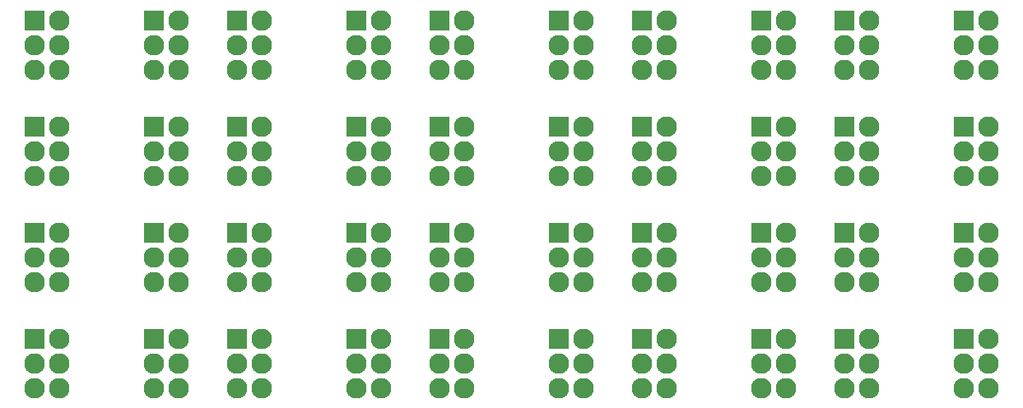
<source format=gts>
G04 #@! TF.FileFunction,Soldermask,Top*
%FSLAX46Y46*%
G04 Gerber Fmt 4.6, Leading zero omitted, Abs format (unit mm)*
G04 Created by KiCad (PCBNEW 4.0.5+dfsg1-4) date Wed Oct 11 12:16:19 2017*
%MOMM*%
%LPD*%
G01*
G04 APERTURE LIST*
%ADD10C,0.100000*%
%ADD11R,2.127200X2.127200*%
%ADD12O,2.127200X2.127200*%
G04 APERTURE END LIST*
D10*
D11*
X237401100Y-88747600D03*
D12*
X239941100Y-88747600D03*
X237401100Y-91287600D03*
X239941100Y-91287600D03*
X237401100Y-93827600D03*
X239941100Y-93827600D03*
D11*
X237401100Y-77825600D03*
D12*
X239941100Y-77825600D03*
X237401100Y-80365600D03*
X239941100Y-80365600D03*
X237401100Y-82905600D03*
X239941100Y-82905600D03*
D11*
X249682000Y-88747600D03*
D12*
X252222000Y-88747600D03*
X249682000Y-91287600D03*
X252222000Y-91287600D03*
X249682000Y-93827600D03*
X252222000Y-93827600D03*
D11*
X237401100Y-99669600D03*
D12*
X239941100Y-99669600D03*
X237401100Y-102209600D03*
X239941100Y-102209600D03*
X237401100Y-104749600D03*
X239941100Y-104749600D03*
D11*
X249682000Y-110591600D03*
D12*
X252222000Y-110591600D03*
X249682000Y-113131600D03*
X252222000Y-113131600D03*
X249682000Y-115671600D03*
X252222000Y-115671600D03*
D11*
X249682000Y-77825600D03*
D12*
X252222000Y-77825600D03*
X249682000Y-80365600D03*
X252222000Y-80365600D03*
X249682000Y-82905600D03*
X252222000Y-82905600D03*
D11*
X249682000Y-99669600D03*
D12*
X252222000Y-99669600D03*
X249682000Y-102209600D03*
X252222000Y-102209600D03*
X249682000Y-104749600D03*
X252222000Y-104749600D03*
D11*
X237401100Y-110591600D03*
D12*
X239941100Y-110591600D03*
X237401100Y-113131600D03*
X239941100Y-113131600D03*
X237401100Y-115671600D03*
X239941100Y-115671600D03*
D11*
X228854000Y-77825600D03*
D12*
X231394000Y-77825600D03*
X228854000Y-80365600D03*
X231394000Y-80365600D03*
X228854000Y-82905600D03*
X231394000Y-82905600D03*
D11*
X195745100Y-77825600D03*
D12*
X198285100Y-77825600D03*
X195745100Y-80365600D03*
X198285100Y-80365600D03*
X195745100Y-82905600D03*
X198285100Y-82905600D03*
D11*
X208026000Y-77825600D03*
D12*
X210566000Y-77825600D03*
X208026000Y-80365600D03*
X210566000Y-80365600D03*
X208026000Y-82905600D03*
X210566000Y-82905600D03*
D11*
X195745100Y-88747600D03*
D12*
X198285100Y-88747600D03*
X195745100Y-91287600D03*
X198285100Y-91287600D03*
X195745100Y-93827600D03*
X198285100Y-93827600D03*
D11*
X216573100Y-77825600D03*
D12*
X219113100Y-77825600D03*
X216573100Y-80365600D03*
X219113100Y-80365600D03*
X216573100Y-82905600D03*
X219113100Y-82905600D03*
D11*
X208026000Y-88747600D03*
D12*
X210566000Y-88747600D03*
X208026000Y-91287600D03*
X210566000Y-91287600D03*
X208026000Y-93827600D03*
X210566000Y-93827600D03*
D11*
X228854000Y-88747600D03*
D12*
X231394000Y-88747600D03*
X228854000Y-91287600D03*
X231394000Y-91287600D03*
X228854000Y-93827600D03*
X231394000Y-93827600D03*
D11*
X216573100Y-88747600D03*
D12*
X219113100Y-88747600D03*
X216573100Y-91287600D03*
X219113100Y-91287600D03*
X216573100Y-93827600D03*
X219113100Y-93827600D03*
D11*
X228854000Y-99669600D03*
D12*
X231394000Y-99669600D03*
X228854000Y-102209600D03*
X231394000Y-102209600D03*
X228854000Y-104749600D03*
X231394000Y-104749600D03*
D11*
X195745100Y-110591600D03*
D12*
X198285100Y-110591600D03*
X195745100Y-113131600D03*
X198285100Y-113131600D03*
X195745100Y-115671600D03*
X198285100Y-115671600D03*
D11*
X208026000Y-110591600D03*
D12*
X210566000Y-110591600D03*
X208026000Y-113131600D03*
X210566000Y-113131600D03*
X208026000Y-115671600D03*
X210566000Y-115671600D03*
D11*
X195745100Y-99669600D03*
D12*
X198285100Y-99669600D03*
X195745100Y-102209600D03*
X198285100Y-102209600D03*
X195745100Y-104749600D03*
X198285100Y-104749600D03*
D11*
X228854000Y-110591600D03*
D12*
X231394000Y-110591600D03*
X228854000Y-113131600D03*
X231394000Y-113131600D03*
X228854000Y-115671600D03*
X231394000Y-115671600D03*
D11*
X216573100Y-99669600D03*
D12*
X219113100Y-99669600D03*
X216573100Y-102209600D03*
X219113100Y-102209600D03*
X216573100Y-104749600D03*
X219113100Y-104749600D03*
D11*
X216573100Y-110591600D03*
D12*
X219113100Y-110591600D03*
X216573100Y-113131600D03*
X219113100Y-113131600D03*
X216573100Y-115671600D03*
X219113100Y-115671600D03*
D11*
X208026000Y-99669600D03*
D12*
X210566000Y-99669600D03*
X208026000Y-102209600D03*
X210566000Y-102209600D03*
X208026000Y-104749600D03*
X210566000Y-104749600D03*
D11*
X187198000Y-99669600D03*
D12*
X189738000Y-99669600D03*
X187198000Y-102209600D03*
X189738000Y-102209600D03*
X187198000Y-104749600D03*
X189738000Y-104749600D03*
D11*
X187198000Y-88747600D03*
D12*
X189738000Y-88747600D03*
X187198000Y-91287600D03*
X189738000Y-91287600D03*
X187198000Y-93827600D03*
X189738000Y-93827600D03*
D11*
X174917100Y-77825600D03*
D12*
X177457100Y-77825600D03*
X174917100Y-80365600D03*
X177457100Y-80365600D03*
X174917100Y-82905600D03*
X177457100Y-82905600D03*
D11*
X187198000Y-77825600D03*
D12*
X189738000Y-77825600D03*
X187198000Y-80365600D03*
X189738000Y-80365600D03*
X187198000Y-82905600D03*
X189738000Y-82905600D03*
D11*
X174917100Y-110591600D03*
D12*
X177457100Y-110591600D03*
X174917100Y-113131600D03*
X177457100Y-113131600D03*
X174917100Y-115671600D03*
X177457100Y-115671600D03*
D11*
X187198000Y-110591600D03*
D12*
X189738000Y-110591600D03*
X187198000Y-113131600D03*
X189738000Y-113131600D03*
X187198000Y-115671600D03*
X189738000Y-115671600D03*
D11*
X174917100Y-99669600D03*
D12*
X177457100Y-99669600D03*
X174917100Y-102209600D03*
X177457100Y-102209600D03*
X174917100Y-104749600D03*
X177457100Y-104749600D03*
D11*
X174917100Y-88747600D03*
D12*
X177457100Y-88747600D03*
X174917100Y-91287600D03*
X177457100Y-91287600D03*
X174917100Y-93827600D03*
X177457100Y-93827600D03*
D11*
X154089100Y-110591600D03*
D12*
X156629100Y-110591600D03*
X154089100Y-113131600D03*
X156629100Y-113131600D03*
X154089100Y-115671600D03*
X156629100Y-115671600D03*
D11*
X166370000Y-110591600D03*
D12*
X168910000Y-110591600D03*
X166370000Y-113131600D03*
X168910000Y-113131600D03*
X166370000Y-115671600D03*
X168910000Y-115671600D03*
D11*
X154089100Y-99669600D03*
D12*
X156629100Y-99669600D03*
X154089100Y-102209600D03*
X156629100Y-102209600D03*
X154089100Y-104749600D03*
X156629100Y-104749600D03*
D11*
X166370000Y-99669600D03*
D12*
X168910000Y-99669600D03*
X166370000Y-102209600D03*
X168910000Y-102209600D03*
X166370000Y-104749600D03*
X168910000Y-104749600D03*
D11*
X154089100Y-77825600D03*
D12*
X156629100Y-77825600D03*
X154089100Y-80365600D03*
X156629100Y-80365600D03*
X154089100Y-82905600D03*
X156629100Y-82905600D03*
D11*
X166370000Y-77825600D03*
D12*
X168910000Y-77825600D03*
X166370000Y-80365600D03*
X168910000Y-80365600D03*
X166370000Y-82905600D03*
X168910000Y-82905600D03*
D11*
X166370000Y-88747600D03*
D12*
X168910000Y-88747600D03*
X166370000Y-91287600D03*
X168910000Y-91287600D03*
X166370000Y-93827600D03*
X168910000Y-93827600D03*
D11*
X154089100Y-88747600D03*
D12*
X156629100Y-88747600D03*
X154089100Y-91287600D03*
X156629100Y-91287600D03*
X154089100Y-93827600D03*
X156629100Y-93827600D03*
M02*

</source>
